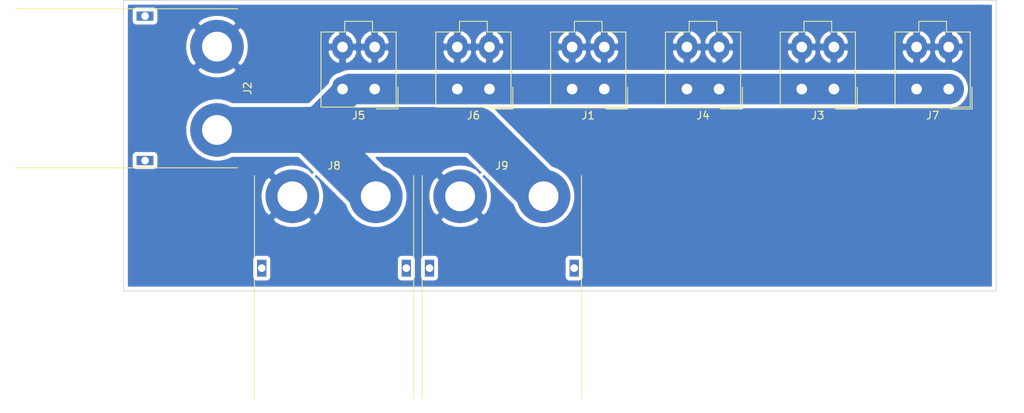
<source format=kicad_pcb>
(kicad_pcb (version 20171130) (host pcbnew "(5.1.0)-1")

  (general
    (thickness 1.6)
    (drawings 4)
    (tracks 6)
    (zones 0)
    (modules 9)
    (nets 3)
  )

  (page A4)
  (layers
    (0 F.Cu signal)
    (31 B.Cu signal)
    (32 B.Adhes user)
    (33 F.Adhes user)
    (34 B.Paste user)
    (35 F.Paste user)
    (36 B.SilkS user)
    (37 F.SilkS user)
    (38 B.Mask user)
    (39 F.Mask user)
    (40 Dwgs.User user)
    (41 Cmts.User user)
    (42 Eco1.User user)
    (43 Eco2.User user)
    (44 Edge.Cuts user)
    (45 Margin user)
    (46 B.CrtYd user)
    (47 F.CrtYd user)
    (48 B.Fab user)
    (49 F.Fab user)
  )

  (setup
    (last_trace_width 0.25)
    (user_trace_width 3)
    (user_trace_width 4)
    (user_trace_width 6)
    (trace_clearance 0.2)
    (zone_clearance 0.508)
    (zone_45_only no)
    (trace_min 0.2)
    (via_size 0.8)
    (via_drill 0.4)
    (via_min_size 0.4)
    (via_min_drill 0.3)
    (uvia_size 0.3)
    (uvia_drill 0.1)
    (uvias_allowed no)
    (uvia_min_size 0.2)
    (uvia_min_drill 0.1)
    (edge_width 0.05)
    (segment_width 0.2)
    (pcb_text_width 0.3)
    (pcb_text_size 1.5 1.5)
    (mod_edge_width 0.12)
    (mod_text_size 1 1)
    (mod_text_width 0.15)
    (pad_size 7 7)
    (pad_drill 3.9)
    (pad_to_mask_clearance 0.051)
    (solder_mask_min_width 0.25)
    (aux_axis_origin 0 0)
    (visible_elements 7FFFFFFF)
    (pcbplotparams
      (layerselection 0x010fc_ffffffff)
      (usegerberextensions false)
      (usegerberattributes false)
      (usegerberadvancedattributes false)
      (creategerberjobfile false)
      (excludeedgelayer true)
      (linewidth 0.100000)
      (plotframeref false)
      (viasonmask false)
      (mode 1)
      (useauxorigin false)
      (hpglpennumber 1)
      (hpglpenspeed 20)
      (hpglpendiameter 15.000000)
      (psnegative false)
      (psa4output false)
      (plotreference true)
      (plotvalue true)
      (plotinvisibletext false)
      (padsonsilk false)
      (subtractmaskfromsilk false)
      (outputformat 1)
      (mirror false)
      (drillshape 1)
      (scaleselection 1)
      (outputdirectory ""))
  )

  (net 0 "")
  (net 1 HP-)
  (net 2 HP+)

  (net_class Default "To jest domyślna klasa połączeń."
    (clearance 0.2)
    (trace_width 0.25)
    (via_dia 0.8)
    (via_drill 0.4)
    (uvia_dia 0.3)
    (uvia_drill 0.1)
    (add_net HP+)
    (add_net HP-)
  )

  (module Connectors:XT90PW-F (layer F.Cu) (tedit 5E4FEC16) (tstamp 5E5041B2)
    (at 82.415 69.624999)
    (path /5E50C819)
    (fp_text reference J9 (at 0 -4) (layer F.SilkS)
      (effects (font (size 1 1) (thickness 0.15)))
    )
    (fp_text value Conn_01x02 (at 0 27.5) (layer F.Fab)
      (effects (font (size 1 1) (thickness 0.15)))
    )
    (fp_line (start 10.4 -2.7) (end 10.4 26.35) (layer F.SilkS) (width 0.12))
    (fp_line (start -10.4 -2.7) (end -10.4 26.35) (layer F.SilkS) (width 0.12))
    (fp_line (start -10.4 26.35) (end 10.4 26.35) (layer F.Fab) (width 0.12))
    (fp_line (start -10.4 -2.7) (end 10.4 -2.7) (layer F.Fab) (width 0.12))
    (fp_line (start 9.15 10.2) (end 9.75 10.2) (layer B.Fab) (width 0.12))
    (fp_line (start 9.15 8.6) (end 9.75 8.6) (layer B.Fab) (width 0.12))
    (fp_line (start 9.15 8.6) (end 9.15 10.2) (layer B.Fab) (width 0.12))
    (fp_line (start 9.75 8.6) (end 9.75 10.2) (layer B.Fab) (width 0.12))
    (fp_line (start -9.75 10.2) (end -9.15 10.2) (layer B.Fab) (width 0.12))
    (fp_line (start -9.75 8.6) (end -9.15 8.6) (layer B.Fab) (width 0.12))
    (fp_line (start -9.15 8.6) (end -9.15 10.2) (layer B.Fab) (width 0.12))
    (fp_line (start -9.75 8.6) (end -9.75 10.2) (layer B.Fab) (width 0.12))
    (pad 4 thru_hole rect (at 9.45 9.4) (size 1.2 2.2) (drill 1) (layers *.Cu *.Mask))
    (pad 3 thru_hole rect (at -9.45 9.4) (size 1.2 2.2) (drill 1) (layers *.Cu *.Mask))
    (pad 2 thru_hole circle (at 5.45 0) (size 7 7) (drill 3.9) (layers *.Cu *.Mask)
      (net 2 HP+))
    (pad 1 thru_hole circle (at -5.45 0) (size 7 7) (drill 3.9) (layers *.Cu *.Mask)
      (net 1 HP-))
    (model "${KIPRJMOD}/User Library-XT90PW-F.STEP"
      (offset (xyz 0 -11.2 0))
      (scale (xyz 1 1 1))
      (rotate (xyz -90 0 90))
    )
  )

  (module Connectors:XT90PW-F (layer F.Cu) (tedit 5E1B62D3) (tstamp 5E50419E)
    (at 60.495 69.624999)
    (path /5E50B5F7)
    (fp_text reference J8 (at 0 -4) (layer F.SilkS)
      (effects (font (size 1 1) (thickness 0.15)))
    )
    (fp_text value Conn_01x02 (at 0 27.5) (layer F.Fab)
      (effects (font (size 1 1) (thickness 0.15)))
    )
    (fp_line (start 10.4 -2.7) (end 10.4 26.35) (layer F.SilkS) (width 0.12))
    (fp_line (start -10.4 -2.7) (end -10.4 26.35) (layer F.SilkS) (width 0.12))
    (fp_line (start -10.4 26.35) (end 10.4 26.35) (layer F.Fab) (width 0.12))
    (fp_line (start -10.4 -2.7) (end 10.4 -2.7) (layer F.Fab) (width 0.12))
    (fp_line (start 9.15 10.2) (end 9.75 10.2) (layer B.Fab) (width 0.12))
    (fp_line (start 9.15 8.6) (end 9.75 8.6) (layer B.Fab) (width 0.12))
    (fp_line (start 9.15 8.6) (end 9.15 10.2) (layer B.Fab) (width 0.12))
    (fp_line (start 9.75 8.6) (end 9.75 10.2) (layer B.Fab) (width 0.12))
    (fp_line (start -9.75 10.2) (end -9.15 10.2) (layer B.Fab) (width 0.12))
    (fp_line (start -9.75 8.6) (end -9.15 8.6) (layer B.Fab) (width 0.12))
    (fp_line (start -9.15 8.6) (end -9.15 10.2) (layer B.Fab) (width 0.12))
    (fp_line (start -9.75 8.6) (end -9.75 10.2) (layer B.Fab) (width 0.12))
    (pad 4 thru_hole rect (at 9.45 9.4) (size 1.2 2.2) (drill 1) (layers *.Cu *.Mask))
    (pad 3 thru_hole rect (at -9.45 9.4) (size 1.2 2.2) (drill 1) (layers *.Cu *.Mask))
    (pad 2 thru_hole circle (at 5.45 0) (size 7 7) (drill 3.9) (layers *.Cu *.Mask)
      (net 2 HP+))
    (pad 1 thru_hole circle (at -5.45 0) (size 7 7) (drill 3.9) (layers *.Cu *.Mask)
      (net 1 HP-))
    (model "${KIPRJMOD}/User Library-XT90PW-F.STEP"
      (offset (xyz 0 -11.2 0))
      (scale (xyz 1 1 1))
      (rotate (xyz -90 0 90))
    )
  )

  (module Connector_Molex:Molex_Mini-Fit_Jr_5566-04A_2x02_P4.20mm_Vertical (layer F.Cu) (tedit 5B781992) (tstamp 5E50418A)
    (at 140.8 55.6 180)
    (descr "Molex Mini-Fit Jr. Power Connectors, old mpn/engineering number: 5566-04A, example for new mpn: 39-28-x04x, 2 Pins per row, Mounting:  (http://www.molex.com/pdm_docs/sd/039281043_sd.pdf), generated with kicad-footprint-generator")
    (tags "connector Molex Mini-Fit_Jr side entry")
    (path /5E504832)
    (fp_text reference J7 (at 2.1 -3.45 180) (layer F.SilkS)
      (effects (font (size 1 1) (thickness 0.15)))
    )
    (fp_text value Conn_02x02_Counter_Clockwise (at 2.1 9.95 180) (layer F.Fab)
      (effects (font (size 1 1) (thickness 0.15)))
    )
    (fp_text user %R (at 2.1 -1.55 180) (layer F.Fab)
      (effects (font (size 1 1) (thickness 0.15)))
    )
    (fp_line (start 7.4 -2.75) (end -3.2 -2.75) (layer F.CrtYd) (width 0.05))
    (fp_line (start 7.4 9.25) (end 7.4 -2.75) (layer F.CrtYd) (width 0.05))
    (fp_line (start -3.2 9.25) (end 7.4 9.25) (layer F.CrtYd) (width 0.05))
    (fp_line (start -3.2 -2.75) (end -3.2 9.25) (layer F.CrtYd) (width 0.05))
    (fp_line (start -3.05 -2.6) (end -3.05 0.25) (layer F.Fab) (width 0.1))
    (fp_line (start -0.2 -2.6) (end -3.05 -2.6) (layer F.Fab) (width 0.1))
    (fp_line (start -3.05 -2.6) (end -3.05 0.25) (layer F.SilkS) (width 0.12))
    (fp_line (start -0.2 -2.6) (end -3.05 -2.6) (layer F.SilkS) (width 0.12))
    (fp_line (start 3.91 8.86) (end 2.1 8.86) (layer F.SilkS) (width 0.12))
    (fp_line (start 3.91 7.46) (end 3.91 8.86) (layer F.SilkS) (width 0.12))
    (fp_line (start 7.01 7.46) (end 3.91 7.46) (layer F.SilkS) (width 0.12))
    (fp_line (start 7.01 -2.36) (end 7.01 7.46) (layer F.SilkS) (width 0.12))
    (fp_line (start 2.1 -2.36) (end 7.01 -2.36) (layer F.SilkS) (width 0.12))
    (fp_line (start 0.29 8.86) (end 2.1 8.86) (layer F.SilkS) (width 0.12))
    (fp_line (start 0.29 7.46) (end 0.29 8.86) (layer F.SilkS) (width 0.12))
    (fp_line (start -2.81 7.46) (end 0.29 7.46) (layer F.SilkS) (width 0.12))
    (fp_line (start -2.81 -2.36) (end -2.81 7.46) (layer F.SilkS) (width 0.12))
    (fp_line (start 2.1 -2.36) (end -2.81 -2.36) (layer F.SilkS) (width 0.12))
    (fp_line (start 5.85 2.3) (end 2.55 2.3) (layer F.Fab) (width 0.1))
    (fp_line (start 5.85 -0.175) (end 5.85 2.3) (layer F.Fab) (width 0.1))
    (fp_line (start 5.025 -1) (end 5.85 -0.175) (layer F.Fab) (width 0.1))
    (fp_line (start 3.375 -1) (end 5.025 -1) (layer F.Fab) (width 0.1))
    (fp_line (start 2.55 -0.175) (end 3.375 -1) (layer F.Fab) (width 0.1))
    (fp_line (start 2.55 2.3) (end 2.55 -0.175) (layer F.Fab) (width 0.1))
    (fp_line (start 5.85 3.2) (end 2.55 3.2) (layer F.Fab) (width 0.1))
    (fp_line (start 5.85 6.5) (end 5.85 3.2) (layer F.Fab) (width 0.1))
    (fp_line (start 2.55 6.5) (end 5.85 6.5) (layer F.Fab) (width 0.1))
    (fp_line (start 2.55 3.2) (end 2.55 6.5) (layer F.Fab) (width 0.1))
    (fp_line (start 1.65 6.5) (end -1.65 6.5) (layer F.Fab) (width 0.1))
    (fp_line (start 1.65 4.025) (end 1.65 6.5) (layer F.Fab) (width 0.1))
    (fp_line (start 0.825 3.2) (end 1.65 4.025) (layer F.Fab) (width 0.1))
    (fp_line (start -0.825 3.2) (end 0.825 3.2) (layer F.Fab) (width 0.1))
    (fp_line (start -1.65 4.025) (end -0.825 3.2) (layer F.Fab) (width 0.1))
    (fp_line (start -1.65 6.5) (end -1.65 4.025) (layer F.Fab) (width 0.1))
    (fp_line (start 1.65 -1) (end -1.65 -1) (layer F.Fab) (width 0.1))
    (fp_line (start 1.65 2.3) (end 1.65 -1) (layer F.Fab) (width 0.1))
    (fp_line (start -1.65 2.3) (end 1.65 2.3) (layer F.Fab) (width 0.1))
    (fp_line (start -1.65 -1) (end -1.65 2.3) (layer F.Fab) (width 0.1))
    (fp_line (start 3.8 8.75) (end 3.8 7.35) (layer F.Fab) (width 0.1))
    (fp_line (start 0.4 8.75) (end 3.8 8.75) (layer F.Fab) (width 0.1))
    (fp_line (start 0.4 7.35) (end 0.4 8.75) (layer F.Fab) (width 0.1))
    (fp_line (start 6.9 -2.25) (end -2.7 -2.25) (layer F.Fab) (width 0.1))
    (fp_line (start 6.9 7.35) (end 6.9 -2.25) (layer F.Fab) (width 0.1))
    (fp_line (start -2.7 7.35) (end 6.9 7.35) (layer F.Fab) (width 0.1))
    (fp_line (start -2.7 -2.25) (end -2.7 7.35) (layer F.Fab) (width 0.1))
    (pad 4 thru_hole oval (at 4.2 5.5 180) (size 2.7 3.3) (drill 1.4) (layers *.Cu *.Mask)
      (net 1 HP-))
    (pad 3 thru_hole oval (at 0 5.5 180) (size 2.7 3.3) (drill 1.4) (layers *.Cu *.Mask)
      (net 1 HP-))
    (pad 2 thru_hole oval (at 4.2 0 180) (size 2.7 3.3) (drill 1.4) (layers *.Cu *.Mask)
      (net 2 HP+))
    (pad 1 thru_hole roundrect (at 0 0 180) (size 2.7 3.3) (drill 1.4) (layers *.Cu *.Mask) (roundrect_rratio 0.09259299999999999)
      (net 2 HP+))
    (model ${KISYS3DMOD}/Connector_Molex.3dshapes/Molex_Mini-Fit_Jr_5566-04A_2x02_P4.20mm_Vertical.wrl
      (at (xyz 0 0 0))
      (scale (xyz 1 1 1))
      (rotate (xyz -0 0 0))
    )
    (model "${KIPRJMOD}/molex 2x2 socket pcb.stp"
      (offset (xyz 2.1 -2.5 0))
      (scale (xyz 1 1 1))
      (rotate (xyz -90 0 180))
    )
  )

  (module Connector_Molex:Molex_Mini-Fit_Jr_5566-04A_2x02_P4.20mm_Vertical (layer F.Cu) (tedit 5B781992) (tstamp 5E504154)
    (at 80.8 55.6 180)
    (descr "Molex Mini-Fit Jr. Power Connectors, old mpn/engineering number: 5566-04A, example for new mpn: 39-28-x04x, 2 Pins per row, Mounting:  (http://www.molex.com/pdm_docs/sd/039281043_sd.pdf), generated with kicad-footprint-generator")
    (tags "connector Molex Mini-Fit_Jr side entry")
    (path /5E5044A1)
    (fp_text reference J6 (at 2.1 -3.45 180) (layer F.SilkS)
      (effects (font (size 1 1) (thickness 0.15)))
    )
    (fp_text value Conn_02x02_Counter_Clockwise (at 2.1 9.95 180) (layer F.Fab)
      (effects (font (size 1 1) (thickness 0.15)))
    )
    (fp_text user %R (at 2.1 -1.55 180) (layer F.Fab)
      (effects (font (size 1 1) (thickness 0.15)))
    )
    (fp_line (start 7.4 -2.75) (end -3.2 -2.75) (layer F.CrtYd) (width 0.05))
    (fp_line (start 7.4 9.25) (end 7.4 -2.75) (layer F.CrtYd) (width 0.05))
    (fp_line (start -3.2 9.25) (end 7.4 9.25) (layer F.CrtYd) (width 0.05))
    (fp_line (start -3.2 -2.75) (end -3.2 9.25) (layer F.CrtYd) (width 0.05))
    (fp_line (start -3.05 -2.6) (end -3.05 0.25) (layer F.Fab) (width 0.1))
    (fp_line (start -0.2 -2.6) (end -3.05 -2.6) (layer F.Fab) (width 0.1))
    (fp_line (start -3.05 -2.6) (end -3.05 0.25) (layer F.SilkS) (width 0.12))
    (fp_line (start -0.2 -2.6) (end -3.05 -2.6) (layer F.SilkS) (width 0.12))
    (fp_line (start 3.91 8.86) (end 2.1 8.86) (layer F.SilkS) (width 0.12))
    (fp_line (start 3.91 7.46) (end 3.91 8.86) (layer F.SilkS) (width 0.12))
    (fp_line (start 7.01 7.46) (end 3.91 7.46) (layer F.SilkS) (width 0.12))
    (fp_line (start 7.01 -2.36) (end 7.01 7.46) (layer F.SilkS) (width 0.12))
    (fp_line (start 2.1 -2.36) (end 7.01 -2.36) (layer F.SilkS) (width 0.12))
    (fp_line (start 0.29 8.86) (end 2.1 8.86) (layer F.SilkS) (width 0.12))
    (fp_line (start 0.29 7.46) (end 0.29 8.86) (layer F.SilkS) (width 0.12))
    (fp_line (start -2.81 7.46) (end 0.29 7.46) (layer F.SilkS) (width 0.12))
    (fp_line (start -2.81 -2.36) (end -2.81 7.46) (layer F.SilkS) (width 0.12))
    (fp_line (start 2.1 -2.36) (end -2.81 -2.36) (layer F.SilkS) (width 0.12))
    (fp_line (start 5.85 2.3) (end 2.55 2.3) (layer F.Fab) (width 0.1))
    (fp_line (start 5.85 -0.175) (end 5.85 2.3) (layer F.Fab) (width 0.1))
    (fp_line (start 5.025 -1) (end 5.85 -0.175) (layer F.Fab) (width 0.1))
    (fp_line (start 3.375 -1) (end 5.025 -1) (layer F.Fab) (width 0.1))
    (fp_line (start 2.55 -0.175) (end 3.375 -1) (layer F.Fab) (width 0.1))
    (fp_line (start 2.55 2.3) (end 2.55 -0.175) (layer F.Fab) (width 0.1))
    (fp_line (start 5.85 3.2) (end 2.55 3.2) (layer F.Fab) (width 0.1))
    (fp_line (start 5.85 6.5) (end 5.85 3.2) (layer F.Fab) (width 0.1))
    (fp_line (start 2.55 6.5) (end 5.85 6.5) (layer F.Fab) (width 0.1))
    (fp_line (start 2.55 3.2) (end 2.55 6.5) (layer F.Fab) (width 0.1))
    (fp_line (start 1.65 6.5) (end -1.65 6.5) (layer F.Fab) (width 0.1))
    (fp_line (start 1.65 4.025) (end 1.65 6.5) (layer F.Fab) (width 0.1))
    (fp_line (start 0.825 3.2) (end 1.65 4.025) (layer F.Fab) (width 0.1))
    (fp_line (start -0.825 3.2) (end 0.825 3.2) (layer F.Fab) (width 0.1))
    (fp_line (start -1.65 4.025) (end -0.825 3.2) (layer F.Fab) (width 0.1))
    (fp_line (start -1.65 6.5) (end -1.65 4.025) (layer F.Fab) (width 0.1))
    (fp_line (start 1.65 -1) (end -1.65 -1) (layer F.Fab) (width 0.1))
    (fp_line (start 1.65 2.3) (end 1.65 -1) (layer F.Fab) (width 0.1))
    (fp_line (start -1.65 2.3) (end 1.65 2.3) (layer F.Fab) (width 0.1))
    (fp_line (start -1.65 -1) (end -1.65 2.3) (layer F.Fab) (width 0.1))
    (fp_line (start 3.8 8.75) (end 3.8 7.35) (layer F.Fab) (width 0.1))
    (fp_line (start 0.4 8.75) (end 3.8 8.75) (layer F.Fab) (width 0.1))
    (fp_line (start 0.4 7.35) (end 0.4 8.75) (layer F.Fab) (width 0.1))
    (fp_line (start 6.9 -2.25) (end -2.7 -2.25) (layer F.Fab) (width 0.1))
    (fp_line (start 6.9 7.35) (end 6.9 -2.25) (layer F.Fab) (width 0.1))
    (fp_line (start -2.7 7.35) (end 6.9 7.35) (layer F.Fab) (width 0.1))
    (fp_line (start -2.7 -2.25) (end -2.7 7.35) (layer F.Fab) (width 0.1))
    (pad 4 thru_hole oval (at 4.2 5.5 180) (size 2.7 3.3) (drill 1.4) (layers *.Cu *.Mask)
      (net 1 HP-))
    (pad 3 thru_hole oval (at 0 5.5 180) (size 2.7 3.3) (drill 1.4) (layers *.Cu *.Mask)
      (net 1 HP-))
    (pad 2 thru_hole oval (at 4.2 0 180) (size 2.7 3.3) (drill 1.4) (layers *.Cu *.Mask)
      (net 2 HP+))
    (pad 1 thru_hole roundrect (at 0 0 180) (size 2.7 3.3) (drill 1.4) (layers *.Cu *.Mask) (roundrect_rratio 0.09259299999999999)
      (net 2 HP+))
    (model ${KISYS3DMOD}/Connector_Molex.3dshapes/Molex_Mini-Fit_Jr_5566-04A_2x02_P4.20mm_Vertical.wrl
      (at (xyz 0 0 0))
      (scale (xyz 1 1 1))
      (rotate (xyz -0 0 0))
    )
    (model "${KIPRJMOD}/molex 2x2 socket pcb.stp"
      (offset (xyz 2.1 -2.5 0))
      (scale (xyz 1 1 1))
      (rotate (xyz -90 0 180))
    )
  )

  (module Connector_Molex:Molex_Mini-Fit_Jr_5566-04A_2x02_P4.20mm_Vertical (layer F.Cu) (tedit 5B781992) (tstamp 5E5040E9)
    (at 110.8 55.6 180)
    (descr "Molex Mini-Fit Jr. Power Connectors, old mpn/engineering number: 5566-04A, example for new mpn: 39-28-x04x, 2 Pins per row, Mounting:  (http://www.molex.com/pdm_docs/sd/039281043_sd.pdf), generated with kicad-footprint-generator")
    (tags "connector Molex Mini-Fit_Jr side entry")
    (path /5E509B84)
    (fp_text reference J4 (at 2.1 -3.45 180) (layer F.SilkS)
      (effects (font (size 1 1) (thickness 0.15)))
    )
    (fp_text value Conn_02x02_Counter_Clockwise (at 2.1 9.95 180) (layer F.Fab)
      (effects (font (size 1 1) (thickness 0.15)))
    )
    (fp_text user %R (at 2.1 -1.55 180) (layer F.Fab)
      (effects (font (size 1 1) (thickness 0.15)))
    )
    (fp_line (start 7.4 -2.75) (end -3.2 -2.75) (layer F.CrtYd) (width 0.05))
    (fp_line (start 7.4 9.25) (end 7.4 -2.75) (layer F.CrtYd) (width 0.05))
    (fp_line (start -3.2 9.25) (end 7.4 9.25) (layer F.CrtYd) (width 0.05))
    (fp_line (start -3.2 -2.75) (end -3.2 9.25) (layer F.CrtYd) (width 0.05))
    (fp_line (start -3.05 -2.6) (end -3.05 0.25) (layer F.Fab) (width 0.1))
    (fp_line (start -0.2 -2.6) (end -3.05 -2.6) (layer F.Fab) (width 0.1))
    (fp_line (start -3.05 -2.6) (end -3.05 0.25) (layer F.SilkS) (width 0.12))
    (fp_line (start -0.2 -2.6) (end -3.05 -2.6) (layer F.SilkS) (width 0.12))
    (fp_line (start 3.91 8.86) (end 2.1 8.86) (layer F.SilkS) (width 0.12))
    (fp_line (start 3.91 7.46) (end 3.91 8.86) (layer F.SilkS) (width 0.12))
    (fp_line (start 7.01 7.46) (end 3.91 7.46) (layer F.SilkS) (width 0.12))
    (fp_line (start 7.01 -2.36) (end 7.01 7.46) (layer F.SilkS) (width 0.12))
    (fp_line (start 2.1 -2.36) (end 7.01 -2.36) (layer F.SilkS) (width 0.12))
    (fp_line (start 0.29 8.86) (end 2.1 8.86) (layer F.SilkS) (width 0.12))
    (fp_line (start 0.29 7.46) (end 0.29 8.86) (layer F.SilkS) (width 0.12))
    (fp_line (start -2.81 7.46) (end 0.29 7.46) (layer F.SilkS) (width 0.12))
    (fp_line (start -2.81 -2.36) (end -2.81 7.46) (layer F.SilkS) (width 0.12))
    (fp_line (start 2.1 -2.36) (end -2.81 -2.36) (layer F.SilkS) (width 0.12))
    (fp_line (start 5.85 2.3) (end 2.55 2.3) (layer F.Fab) (width 0.1))
    (fp_line (start 5.85 -0.175) (end 5.85 2.3) (layer F.Fab) (width 0.1))
    (fp_line (start 5.025 -1) (end 5.85 -0.175) (layer F.Fab) (width 0.1))
    (fp_line (start 3.375 -1) (end 5.025 -1) (layer F.Fab) (width 0.1))
    (fp_line (start 2.55 -0.175) (end 3.375 -1) (layer F.Fab) (width 0.1))
    (fp_line (start 2.55 2.3) (end 2.55 -0.175) (layer F.Fab) (width 0.1))
    (fp_line (start 5.85 3.2) (end 2.55 3.2) (layer F.Fab) (width 0.1))
    (fp_line (start 5.85 6.5) (end 5.85 3.2) (layer F.Fab) (width 0.1))
    (fp_line (start 2.55 6.5) (end 5.85 6.5) (layer F.Fab) (width 0.1))
    (fp_line (start 2.55 3.2) (end 2.55 6.5) (layer F.Fab) (width 0.1))
    (fp_line (start 1.65 6.5) (end -1.65 6.5) (layer F.Fab) (width 0.1))
    (fp_line (start 1.65 4.025) (end 1.65 6.5) (layer F.Fab) (width 0.1))
    (fp_line (start 0.825 3.2) (end 1.65 4.025) (layer F.Fab) (width 0.1))
    (fp_line (start -0.825 3.2) (end 0.825 3.2) (layer F.Fab) (width 0.1))
    (fp_line (start -1.65 4.025) (end -0.825 3.2) (layer F.Fab) (width 0.1))
    (fp_line (start -1.65 6.5) (end -1.65 4.025) (layer F.Fab) (width 0.1))
    (fp_line (start 1.65 -1) (end -1.65 -1) (layer F.Fab) (width 0.1))
    (fp_line (start 1.65 2.3) (end 1.65 -1) (layer F.Fab) (width 0.1))
    (fp_line (start -1.65 2.3) (end 1.65 2.3) (layer F.Fab) (width 0.1))
    (fp_line (start -1.65 -1) (end -1.65 2.3) (layer F.Fab) (width 0.1))
    (fp_line (start 3.8 8.75) (end 3.8 7.35) (layer F.Fab) (width 0.1))
    (fp_line (start 0.4 8.75) (end 3.8 8.75) (layer F.Fab) (width 0.1))
    (fp_line (start 0.4 7.35) (end 0.4 8.75) (layer F.Fab) (width 0.1))
    (fp_line (start 6.9 -2.25) (end -2.7 -2.25) (layer F.Fab) (width 0.1))
    (fp_line (start 6.9 7.35) (end 6.9 -2.25) (layer F.Fab) (width 0.1))
    (fp_line (start -2.7 7.35) (end 6.9 7.35) (layer F.Fab) (width 0.1))
    (fp_line (start -2.7 -2.25) (end -2.7 7.35) (layer F.Fab) (width 0.1))
    (pad 4 thru_hole oval (at 4.2 5.5 180) (size 2.7 3.3) (drill 1.4) (layers *.Cu *.Mask)
      (net 1 HP-))
    (pad 3 thru_hole oval (at 0 5.5 180) (size 2.7 3.3) (drill 1.4) (layers *.Cu *.Mask)
      (net 1 HP-))
    (pad 2 thru_hole oval (at 4.2 0 180) (size 2.7 3.3) (drill 1.4) (layers *.Cu *.Mask)
      (net 2 HP+))
    (pad 1 thru_hole roundrect (at 0 0 180) (size 2.7 3.3) (drill 1.4) (layers *.Cu *.Mask) (roundrect_rratio 0.09259299999999999)
      (net 2 HP+))
    (model ${KISYS3DMOD}/Connector_Molex.3dshapes/Molex_Mini-Fit_Jr_5566-04A_2x02_P4.20mm_Vertical.wrl
      (at (xyz 0 0 0))
      (scale (xyz 1 1 1))
      (rotate (xyz 0 0 0))
    )
    (model "${KIPRJMOD}/molex 2x2 socket pcb.stp"
      (offset (xyz 2.1 -2.5 0))
      (scale (xyz 1 1 1))
      (rotate (xyz -90 0 180))
    )
  )

  (module Connector_Molex:Molex_Mini-Fit_Jr_5566-04A_2x02_P4.20mm_Vertical (layer F.Cu) (tedit 5B781992) (tstamp 5E5040B3)
    (at 125.8 55.6 180)
    (descr "Molex Mini-Fit Jr. Power Connectors, old mpn/engineering number: 5566-04A, example for new mpn: 39-28-x04x, 2 Pins per row, Mounting:  (http://www.molex.com/pdm_docs/sd/039281043_sd.pdf), generated with kicad-footprint-generator")
    (tags "connector Molex Mini-Fit_Jr side entry")
    (path /5E509B8A)
    (fp_text reference J3 (at 2.1 -3.45 180) (layer F.SilkS)
      (effects (font (size 1 1) (thickness 0.15)))
    )
    (fp_text value Conn_02x02_Counter_Clockwise (at 2.1 9.95 180) (layer F.Fab)
      (effects (font (size 1 1) (thickness 0.15)))
    )
    (fp_text user %R (at 2.1 -1.55 180) (layer F.Fab)
      (effects (font (size 1 1) (thickness 0.15)))
    )
    (fp_line (start 7.4 -2.75) (end -3.2 -2.75) (layer F.CrtYd) (width 0.05))
    (fp_line (start 7.4 9.25) (end 7.4 -2.75) (layer F.CrtYd) (width 0.05))
    (fp_line (start -3.2 9.25) (end 7.4 9.25) (layer F.CrtYd) (width 0.05))
    (fp_line (start -3.2 -2.75) (end -3.2 9.25) (layer F.CrtYd) (width 0.05))
    (fp_line (start -3.05 -2.6) (end -3.05 0.25) (layer F.Fab) (width 0.1))
    (fp_line (start -0.2 -2.6) (end -3.05 -2.6) (layer F.Fab) (width 0.1))
    (fp_line (start -3.05 -2.6) (end -3.05 0.25) (layer F.SilkS) (width 0.12))
    (fp_line (start -0.2 -2.6) (end -3.05 -2.6) (layer F.SilkS) (width 0.12))
    (fp_line (start 3.91 8.86) (end 2.1 8.86) (layer F.SilkS) (width 0.12))
    (fp_line (start 3.91 7.46) (end 3.91 8.86) (layer F.SilkS) (width 0.12))
    (fp_line (start 7.01 7.46) (end 3.91 7.46) (layer F.SilkS) (width 0.12))
    (fp_line (start 7.01 -2.36) (end 7.01 7.46) (layer F.SilkS) (width 0.12))
    (fp_line (start 2.1 -2.36) (end 7.01 -2.36) (layer F.SilkS) (width 0.12))
    (fp_line (start 0.29 8.86) (end 2.1 8.86) (layer F.SilkS) (width 0.12))
    (fp_line (start 0.29 7.46) (end 0.29 8.86) (layer F.SilkS) (width 0.12))
    (fp_line (start -2.81 7.46) (end 0.29 7.46) (layer F.SilkS) (width 0.12))
    (fp_line (start -2.81 -2.36) (end -2.81 7.46) (layer F.SilkS) (width 0.12))
    (fp_line (start 2.1 -2.36) (end -2.81 -2.36) (layer F.SilkS) (width 0.12))
    (fp_line (start 5.85 2.3) (end 2.55 2.3) (layer F.Fab) (width 0.1))
    (fp_line (start 5.85 -0.175) (end 5.85 2.3) (layer F.Fab) (width 0.1))
    (fp_line (start 5.025 -1) (end 5.85 -0.175) (layer F.Fab) (width 0.1))
    (fp_line (start 3.375 -1) (end 5.025 -1) (layer F.Fab) (width 0.1))
    (fp_line (start 2.55 -0.175) (end 3.375 -1) (layer F.Fab) (width 0.1))
    (fp_line (start 2.55 2.3) (end 2.55 -0.175) (layer F.Fab) (width 0.1))
    (fp_line (start 5.85 3.2) (end 2.55 3.2) (layer F.Fab) (width 0.1))
    (fp_line (start 5.85 6.5) (end 5.85 3.2) (layer F.Fab) (width 0.1))
    (fp_line (start 2.55 6.5) (end 5.85 6.5) (layer F.Fab) (width 0.1))
    (fp_line (start 2.55 3.2) (end 2.55 6.5) (layer F.Fab) (width 0.1))
    (fp_line (start 1.65 6.5) (end -1.65 6.5) (layer F.Fab) (width 0.1))
    (fp_line (start 1.65 4.025) (end 1.65 6.5) (layer F.Fab) (width 0.1))
    (fp_line (start 0.825 3.2) (end 1.65 4.025) (layer F.Fab) (width 0.1))
    (fp_line (start -0.825 3.2) (end 0.825 3.2) (layer F.Fab) (width 0.1))
    (fp_line (start -1.65 4.025) (end -0.825 3.2) (layer F.Fab) (width 0.1))
    (fp_line (start -1.65 6.5) (end -1.65 4.025) (layer F.Fab) (width 0.1))
    (fp_line (start 1.65 -1) (end -1.65 -1) (layer F.Fab) (width 0.1))
    (fp_line (start 1.65 2.3) (end 1.65 -1) (layer F.Fab) (width 0.1))
    (fp_line (start -1.65 2.3) (end 1.65 2.3) (layer F.Fab) (width 0.1))
    (fp_line (start -1.65 -1) (end -1.65 2.3) (layer F.Fab) (width 0.1))
    (fp_line (start 3.8 8.75) (end 3.8 7.35) (layer F.Fab) (width 0.1))
    (fp_line (start 0.4 8.75) (end 3.8 8.75) (layer F.Fab) (width 0.1))
    (fp_line (start 0.4 7.35) (end 0.4 8.75) (layer F.Fab) (width 0.1))
    (fp_line (start 6.9 -2.25) (end -2.7 -2.25) (layer F.Fab) (width 0.1))
    (fp_line (start 6.9 7.35) (end 6.9 -2.25) (layer F.Fab) (width 0.1))
    (fp_line (start -2.7 7.35) (end 6.9 7.35) (layer F.Fab) (width 0.1))
    (fp_line (start -2.7 -2.25) (end -2.7 7.35) (layer F.Fab) (width 0.1))
    (pad 4 thru_hole oval (at 4.2 5.5 180) (size 2.7 3.3) (drill 1.4) (layers *.Cu *.Mask)
      (net 1 HP-))
    (pad 3 thru_hole oval (at 0 5.5 180) (size 2.7 3.3) (drill 1.4) (layers *.Cu *.Mask)
      (net 1 HP-))
    (pad 2 thru_hole oval (at 4.2 0 180) (size 2.7 3.3) (drill 1.4) (layers *.Cu *.Mask)
      (net 2 HP+))
    (pad 1 thru_hole roundrect (at 0 0 180) (size 2.7 3.3) (drill 1.4) (layers *.Cu *.Mask) (roundrect_rratio 0.09259299999999999)
      (net 2 HP+))
    (model ${KISYS3DMOD}/Connector_Molex.3dshapes/Molex_Mini-Fit_Jr_5566-04A_2x02_P4.20mm_Vertical.wrl
      (at (xyz 0 0 0))
      (scale (xyz 1 1 1))
      (rotate (xyz 0 0 0))
    )
    (model "${KIPRJMOD}/molex 2x2 socket pcb.stp"
      (offset (xyz 2.1 -2.5 0))
      (scale (xyz 1 1 1))
      (rotate (xyz -90 0 180))
    )
  )

  (module Connector_Molex:Molex_Mini-Fit_Jr_5566-04A_2x02_P4.20mm_Vertical (layer F.Cu) (tedit 5B781992) (tstamp 5E50406A)
    (at 95.8 55.6 180)
    (descr "Molex Mini-Fit Jr. Power Connectors, old mpn/engineering number: 5566-04A, example for new mpn: 39-28-x04x, 2 Pins per row, Mounting:  (http://www.molex.com/pdm_docs/sd/039281043_sd.pdf), generated with kicad-footprint-generator")
    (tags "connector Molex Mini-Fit_Jr side entry")
    (path /5E509B90)
    (fp_text reference J1 (at 2.1 -3.45 180) (layer F.SilkS)
      (effects (font (size 1 1) (thickness 0.15)))
    )
    (fp_text value Conn_02x02_Counter_Clockwise (at 2.1 9.95 180) (layer F.Fab)
      (effects (font (size 1 1) (thickness 0.15)))
    )
    (fp_text user %R (at 2.1 -1.55 180) (layer F.Fab)
      (effects (font (size 1 1) (thickness 0.15)))
    )
    (fp_line (start 7.4 -2.75) (end -3.2 -2.75) (layer F.CrtYd) (width 0.05))
    (fp_line (start 7.4 9.25) (end 7.4 -2.75) (layer F.CrtYd) (width 0.05))
    (fp_line (start -3.2 9.25) (end 7.4 9.25) (layer F.CrtYd) (width 0.05))
    (fp_line (start -3.2 -2.75) (end -3.2 9.25) (layer F.CrtYd) (width 0.05))
    (fp_line (start -3.05 -2.6) (end -3.05 0.25) (layer F.Fab) (width 0.1))
    (fp_line (start -0.2 -2.6) (end -3.05 -2.6) (layer F.Fab) (width 0.1))
    (fp_line (start -3.05 -2.6) (end -3.05 0.25) (layer F.SilkS) (width 0.12))
    (fp_line (start -0.2 -2.6) (end -3.05 -2.6) (layer F.SilkS) (width 0.12))
    (fp_line (start 3.91 8.86) (end 2.1 8.86) (layer F.SilkS) (width 0.12))
    (fp_line (start 3.91 7.46) (end 3.91 8.86) (layer F.SilkS) (width 0.12))
    (fp_line (start 7.01 7.46) (end 3.91 7.46) (layer F.SilkS) (width 0.12))
    (fp_line (start 7.01 -2.36) (end 7.01 7.46) (layer F.SilkS) (width 0.12))
    (fp_line (start 2.1 -2.36) (end 7.01 -2.36) (layer F.SilkS) (width 0.12))
    (fp_line (start 0.29 8.86) (end 2.1 8.86) (layer F.SilkS) (width 0.12))
    (fp_line (start 0.29 7.46) (end 0.29 8.86) (layer F.SilkS) (width 0.12))
    (fp_line (start -2.81 7.46) (end 0.29 7.46) (layer F.SilkS) (width 0.12))
    (fp_line (start -2.81 -2.36) (end -2.81 7.46) (layer F.SilkS) (width 0.12))
    (fp_line (start 2.1 -2.36) (end -2.81 -2.36) (layer F.SilkS) (width 0.12))
    (fp_line (start 5.85 2.3) (end 2.55 2.3) (layer F.Fab) (width 0.1))
    (fp_line (start 5.85 -0.175) (end 5.85 2.3) (layer F.Fab) (width 0.1))
    (fp_line (start 5.025 -1) (end 5.85 -0.175) (layer F.Fab) (width 0.1))
    (fp_line (start 3.375 -1) (end 5.025 -1) (layer F.Fab) (width 0.1))
    (fp_line (start 2.55 -0.175) (end 3.375 -1) (layer F.Fab) (width 0.1))
    (fp_line (start 2.55 2.3) (end 2.55 -0.175) (layer F.Fab) (width 0.1))
    (fp_line (start 5.85 3.2) (end 2.55 3.2) (layer F.Fab) (width 0.1))
    (fp_line (start 5.85 6.5) (end 5.85 3.2) (layer F.Fab) (width 0.1))
    (fp_line (start 2.55 6.5) (end 5.85 6.5) (layer F.Fab) (width 0.1))
    (fp_line (start 2.55 3.2) (end 2.55 6.5) (layer F.Fab) (width 0.1))
    (fp_line (start 1.65 6.5) (end -1.65 6.5) (layer F.Fab) (width 0.1))
    (fp_line (start 1.65 4.025) (end 1.65 6.5) (layer F.Fab) (width 0.1))
    (fp_line (start 0.825 3.2) (end 1.65 4.025) (layer F.Fab) (width 0.1))
    (fp_line (start -0.825 3.2) (end 0.825 3.2) (layer F.Fab) (width 0.1))
    (fp_line (start -1.65 4.025) (end -0.825 3.2) (layer F.Fab) (width 0.1))
    (fp_line (start -1.65 6.5) (end -1.65 4.025) (layer F.Fab) (width 0.1))
    (fp_line (start 1.65 -1) (end -1.65 -1) (layer F.Fab) (width 0.1))
    (fp_line (start 1.65 2.3) (end 1.65 -1) (layer F.Fab) (width 0.1))
    (fp_line (start -1.65 2.3) (end 1.65 2.3) (layer F.Fab) (width 0.1))
    (fp_line (start -1.65 -1) (end -1.65 2.3) (layer F.Fab) (width 0.1))
    (fp_line (start 3.8 8.75) (end 3.8 7.35) (layer F.Fab) (width 0.1))
    (fp_line (start 0.4 8.75) (end 3.8 8.75) (layer F.Fab) (width 0.1))
    (fp_line (start 0.4 7.35) (end 0.4 8.75) (layer F.Fab) (width 0.1))
    (fp_line (start 6.9 -2.25) (end -2.7 -2.25) (layer F.Fab) (width 0.1))
    (fp_line (start 6.9 7.35) (end 6.9 -2.25) (layer F.Fab) (width 0.1))
    (fp_line (start -2.7 7.35) (end 6.9 7.35) (layer F.Fab) (width 0.1))
    (fp_line (start -2.7 -2.25) (end -2.7 7.35) (layer F.Fab) (width 0.1))
    (pad 4 thru_hole oval (at 4.2 5.5 180) (size 2.7 3.3) (drill 1.4) (layers *.Cu *.Mask)
      (net 1 HP-))
    (pad 3 thru_hole oval (at 0 5.5 180) (size 2.7 3.3) (drill 1.4) (layers *.Cu *.Mask)
      (net 1 HP-))
    (pad 2 thru_hole oval (at 4.2 0 180) (size 2.7 3.3) (drill 1.4) (layers *.Cu *.Mask)
      (net 2 HP+))
    (pad 1 thru_hole roundrect (at 0 0 180) (size 2.7 3.3) (drill 1.4) (layers *.Cu *.Mask) (roundrect_rratio 0.09259299999999999)
      (net 2 HP+))
    (model ${KISYS3DMOD}/Connector_Molex.3dshapes/Molex_Mini-Fit_Jr_5566-04A_2x02_P4.20mm_Vertical.wrl
      (at (xyz 0 0 0))
      (scale (xyz 1 1 1))
      (rotate (xyz 0 0 0))
    )
    (model "${KIPRJMOD}/molex 2x2 socket pcb.stp"
      (offset (xyz 2.1 -2.5 0))
      (scale (xyz 1 1 1))
      (rotate (xyz -90 0 180))
    )
  )

  (module Connector_Molex:Molex_Mini-Fit_Jr_5566-04A_2x02_P4.20mm_Vertical (layer F.Cu) (tedit 5B781992) (tstamp 5E503C8D)
    (at 65.8 55.6 180)
    (descr "Molex Mini-Fit Jr. Power Connectors, old mpn/engineering number: 5566-04A, example for new mpn: 39-28-x04x, 2 Pins per row, Mounting:  (http://www.molex.com/pdm_docs/sd/039281043_sd.pdf), generated with kicad-footprint-generator")
    (tags "connector Molex Mini-Fit_Jr side entry")
    (path /5E4FCFEF)
    (fp_text reference J5 (at 2.1 -3.45 180) (layer F.SilkS)
      (effects (font (size 1 1) (thickness 0.15)))
    )
    (fp_text value Conn_02x02_Counter_Clockwise (at 2.1 9.95 180) (layer F.Fab)
      (effects (font (size 1 1) (thickness 0.15)))
    )
    (fp_text user %R (at 2.1 -1.55 180) (layer F.Fab)
      (effects (font (size 1 1) (thickness 0.15)))
    )
    (fp_line (start 7.4 -2.75) (end -3.2 -2.75) (layer F.CrtYd) (width 0.05))
    (fp_line (start 7.4 9.25) (end 7.4 -2.75) (layer F.CrtYd) (width 0.05))
    (fp_line (start -3.2 9.25) (end 7.4 9.25) (layer F.CrtYd) (width 0.05))
    (fp_line (start -3.2 -2.75) (end -3.2 9.25) (layer F.CrtYd) (width 0.05))
    (fp_line (start -3.05 -2.6) (end -3.05 0.25) (layer F.Fab) (width 0.1))
    (fp_line (start -0.2 -2.6) (end -3.05 -2.6) (layer F.Fab) (width 0.1))
    (fp_line (start -3.05 -2.6) (end -3.05 0.25) (layer F.SilkS) (width 0.12))
    (fp_line (start -0.2 -2.6) (end -3.05 -2.6) (layer F.SilkS) (width 0.12))
    (fp_line (start 3.91 8.86) (end 2.1 8.86) (layer F.SilkS) (width 0.12))
    (fp_line (start 3.91 7.46) (end 3.91 8.86) (layer F.SilkS) (width 0.12))
    (fp_line (start 7.01 7.46) (end 3.91 7.46) (layer F.SilkS) (width 0.12))
    (fp_line (start 7.01 -2.36) (end 7.01 7.46) (layer F.SilkS) (width 0.12))
    (fp_line (start 2.1 -2.36) (end 7.01 -2.36) (layer F.SilkS) (width 0.12))
    (fp_line (start 0.29 8.86) (end 2.1 8.86) (layer F.SilkS) (width 0.12))
    (fp_line (start 0.29 7.46) (end 0.29 8.86) (layer F.SilkS) (width 0.12))
    (fp_line (start -2.81 7.46) (end 0.29 7.46) (layer F.SilkS) (width 0.12))
    (fp_line (start -2.81 -2.36) (end -2.81 7.46) (layer F.SilkS) (width 0.12))
    (fp_line (start 2.1 -2.36) (end -2.81 -2.36) (layer F.SilkS) (width 0.12))
    (fp_line (start 5.85 2.3) (end 2.55 2.3) (layer F.Fab) (width 0.1))
    (fp_line (start 5.85 -0.175) (end 5.85 2.3) (layer F.Fab) (width 0.1))
    (fp_line (start 5.025 -1) (end 5.85 -0.175) (layer F.Fab) (width 0.1))
    (fp_line (start 3.375 -1) (end 5.025 -1) (layer F.Fab) (width 0.1))
    (fp_line (start 2.55 -0.175) (end 3.375 -1) (layer F.Fab) (width 0.1))
    (fp_line (start 2.55 2.3) (end 2.55 -0.175) (layer F.Fab) (width 0.1))
    (fp_line (start 5.85 3.2) (end 2.55 3.2) (layer F.Fab) (width 0.1))
    (fp_line (start 5.85 6.5) (end 5.85 3.2) (layer F.Fab) (width 0.1))
    (fp_line (start 2.55 6.5) (end 5.85 6.5) (layer F.Fab) (width 0.1))
    (fp_line (start 2.55 3.2) (end 2.55 6.5) (layer F.Fab) (width 0.1))
    (fp_line (start 1.65 6.5) (end -1.65 6.5) (layer F.Fab) (width 0.1))
    (fp_line (start 1.65 4.025) (end 1.65 6.5) (layer F.Fab) (width 0.1))
    (fp_line (start 0.825 3.2) (end 1.65 4.025) (layer F.Fab) (width 0.1))
    (fp_line (start -0.825 3.2) (end 0.825 3.2) (layer F.Fab) (width 0.1))
    (fp_line (start -1.65 4.025) (end -0.825 3.2) (layer F.Fab) (width 0.1))
    (fp_line (start -1.65 6.5) (end -1.65 4.025) (layer F.Fab) (width 0.1))
    (fp_line (start 1.65 -1) (end -1.65 -1) (layer F.Fab) (width 0.1))
    (fp_line (start 1.65 2.3) (end 1.65 -1) (layer F.Fab) (width 0.1))
    (fp_line (start -1.65 2.3) (end 1.65 2.3) (layer F.Fab) (width 0.1))
    (fp_line (start -1.65 -1) (end -1.65 2.3) (layer F.Fab) (width 0.1))
    (fp_line (start 3.8 8.75) (end 3.8 7.35) (layer F.Fab) (width 0.1))
    (fp_line (start 0.4 8.75) (end 3.8 8.75) (layer F.Fab) (width 0.1))
    (fp_line (start 0.4 7.35) (end 0.4 8.75) (layer F.Fab) (width 0.1))
    (fp_line (start 6.9 -2.25) (end -2.7 -2.25) (layer F.Fab) (width 0.1))
    (fp_line (start 6.9 7.35) (end 6.9 -2.25) (layer F.Fab) (width 0.1))
    (fp_line (start -2.7 7.35) (end 6.9 7.35) (layer F.Fab) (width 0.1))
    (fp_line (start -2.7 -2.25) (end -2.7 7.35) (layer F.Fab) (width 0.1))
    (pad 4 thru_hole oval (at 4.2 5.5 180) (size 2.7 3.3) (drill 1.4) (layers *.Cu *.Mask)
      (net 1 HP-))
    (pad 3 thru_hole oval (at 0 5.5 180) (size 2.7 3.3) (drill 1.4) (layers *.Cu *.Mask)
      (net 1 HP-))
    (pad 2 thru_hole oval (at 4.2 0 180) (size 2.7 3.3) (drill 1.4) (layers *.Cu *.Mask)
      (net 2 HP+))
    (pad 1 thru_hole roundrect (at 0 0 180) (size 2.7 3.3) (drill 1.4) (layers *.Cu *.Mask) (roundrect_rratio 0.09259299999999999)
      (net 2 HP+))
    (model ${KISYS3DMOD}/Connector_Molex.3dshapes/Molex_Mini-Fit_Jr_5566-04A_2x02_P4.20mm_Vertical.wrl
      (at (xyz 0 0 0))
      (scale (xyz 1 1 1))
      (rotate (xyz 0 0 0))
    )
    (model "${KIPRJMOD}/molex 2x2 socket pcb.stp"
      (offset (xyz 2.1 -2.5 0))
      (scale (xyz 1 1 1))
      (rotate (xyz -90 0 180))
    )
  )

  (module Connectors:XT90PW-F (layer F.Cu) (tedit 5E1B62D3) (tstamp 5E503C57)
    (at 45.2 55.5 270)
    (path /5E4FDA9B)
    (fp_text reference J2 (at 0 -4 270) (layer F.SilkS)
      (effects (font (size 1 1) (thickness 0.15)))
    )
    (fp_text value Conn_01x02 (at 0 27.5 270) (layer F.Fab)
      (effects (font (size 1 1) (thickness 0.15)))
    )
    (fp_line (start 10.4 -2.7) (end 10.4 26.35) (layer F.SilkS) (width 0.12))
    (fp_line (start -10.4 -2.7) (end -10.4 26.35) (layer F.SilkS) (width 0.12))
    (fp_line (start -10.4 26.35) (end 10.4 26.35) (layer F.Fab) (width 0.12))
    (fp_line (start -10.4 -2.7) (end 10.4 -2.7) (layer F.Fab) (width 0.12))
    (fp_line (start 9.15 10.2) (end 9.75 10.2) (layer B.Fab) (width 0.12))
    (fp_line (start 9.15 8.6) (end 9.75 8.6) (layer B.Fab) (width 0.12))
    (fp_line (start 9.15 8.6) (end 9.15 10.2) (layer B.Fab) (width 0.12))
    (fp_line (start 9.75 8.6) (end 9.75 10.2) (layer B.Fab) (width 0.12))
    (fp_line (start -9.75 10.2) (end -9.15 10.2) (layer B.Fab) (width 0.12))
    (fp_line (start -9.75 8.6) (end -9.15 8.6) (layer B.Fab) (width 0.12))
    (fp_line (start -9.15 8.6) (end -9.15 10.2) (layer B.Fab) (width 0.12))
    (fp_line (start -9.75 8.6) (end -9.75 10.2) (layer B.Fab) (width 0.12))
    (pad 4 thru_hole rect (at 9.45 9.4 270) (size 1.2 2.2) (drill 1) (layers *.Cu *.Mask))
    (pad 3 thru_hole rect (at -9.45 9.4 270) (size 1.2 2.2) (drill 1) (layers *.Cu *.Mask))
    (pad 2 thru_hole circle (at 5.45 0 270) (size 7 7) (drill 3.9) (layers *.Cu *.Mask)
      (net 2 HP+))
    (pad 1 thru_hole circle (at -5.45 0 270) (size 7 7) (drill 3.9) (layers *.Cu *.Mask)
      (net 1 HP-))
    (model "${KIPRJMOD}/User Library-XT90PW-F.STEP"
      (offset (xyz 0 -11.2 0))
      (scale (xyz 1 1 1))
      (rotate (xyz -90 0 90))
    )
  )

  (gr_line (start 147 44) (end 33 44) (layer Edge.Cuts) (width 0.1))
  (gr_line (start 147 82) (end 147 44) (layer Edge.Cuts) (width 0.1))
  (gr_line (start 33 82) (end 147 82) (layer Edge.Cuts) (width 0.1))
  (gr_line (start 33 44) (end 33 82) (layer Edge.Cuts) (width 0.1))

  (segment (start 57.270001 60.95) (end 65.945 69.624999) (width 6) (layer B.Cu) (net 2))
  (segment (start 45.2 60.95) (end 57.270001 60.95) (width 6) (layer B.Cu) (net 2))
  (segment (start 79.190001 60.95) (end 87.865 69.624999) (width 6) (layer B.Cu) (net 2))
  (segment (start 57.270001 60.95) (end 79.190001 60.95) (width 6) (layer B.Cu) (net 2))
  (segment (start 62.620001 55.6) (end 57.270001 60.95) (width 4) (layer B.Cu) (net 2))
  (segment (start 140.8 55.6) (end 62.620001 55.6) (width 4) (layer B.Cu) (net 2))

  (zone (net 1) (net_name HP-) (layer B.Cu) (tstamp 0) (hatch edge 0.508)
    (connect_pads (clearance 0.508))
    (min_thickness 0.254)
    (fill yes (arc_segments 32) (thermal_gap 0.508) (thermal_bridge_width 0.9))
    (polygon
      (pts
        (xy 33 44) (xy 33 82) (xy 147 82) (xy 147 44)
      )
    )
    (filled_polygon
      (pts
        (xy 146.315 81.315) (xy 33.685 81.315) (xy 33.685 77.924999) (xy 49.806928 77.924999) (xy 49.806928 80.124999)
        (xy 49.819188 80.249481) (xy 49.855498 80.369179) (xy 49.914463 80.479493) (xy 49.993815 80.576184) (xy 50.090506 80.655536)
        (xy 50.20082 80.714501) (xy 50.320518 80.750811) (xy 50.445 80.763071) (xy 51.645 80.763071) (xy 51.769482 80.750811)
        (xy 51.88918 80.714501) (xy 51.999494 80.655536) (xy 52.096185 80.576184) (xy 52.175537 80.479493) (xy 52.234502 80.369179)
        (xy 52.270812 80.249481) (xy 52.283072 80.124999) (xy 52.283072 77.924999) (xy 68.706928 77.924999) (xy 68.706928 80.124999)
        (xy 68.719188 80.249481) (xy 68.755498 80.369179) (xy 68.814463 80.479493) (xy 68.893815 80.576184) (xy 68.990506 80.655536)
        (xy 69.10082 80.714501) (xy 69.220518 80.750811) (xy 69.345 80.763071) (xy 70.545 80.763071) (xy 70.669482 80.750811)
        (xy 70.78918 80.714501) (xy 70.899494 80.655536) (xy 70.996185 80.576184) (xy 71.075537 80.479493) (xy 71.134502 80.369179)
        (xy 71.170812 80.249481) (xy 71.183072 80.124999) (xy 71.183072 77.924999) (xy 71.726928 77.924999) (xy 71.726928 80.124999)
        (xy 71.739188 80.249481) (xy 71.775498 80.369179) (xy 71.834463 80.479493) (xy 71.913815 80.576184) (xy 72.010506 80.655536)
        (xy 72.12082 80.714501) (xy 72.240518 80.750811) (xy 72.365 80.763071) (xy 73.565 80.763071) (xy 73.689482 80.750811)
        (xy 73.80918 80.714501) (xy 73.919494 80.655536) (xy 74.016185 80.576184) (xy 74.095537 80.479493) (xy 74.154502 80.369179)
        (xy 74.190812 80.249481) (xy 74.203072 80.124999) (xy 74.203072 77.924999) (xy 90.626928 77.924999) (xy 90.626928 80.124999)
        (xy 90.639188 80.249481) (xy 90.675498 80.369179) (xy 90.734463 80.479493) (xy 90.813815 80.576184) (xy 90.910506 80.655536)
        (xy 91.02082 80.714501) (xy 91.140518 80.750811) (xy 91.265 80.763071) (xy 92.465 80.763071) (xy 92.589482 80.750811)
        (xy 92.70918 80.714501) (xy 92.819494 80.655536) (xy 92.916185 80.576184) (xy 92.995537 80.479493) (xy 93.054502 80.369179)
        (xy 93.090812 80.249481) (xy 93.103072 80.124999) (xy 93.103072 77.924999) (xy 93.090812 77.800517) (xy 93.054502 77.680819)
        (xy 92.995537 77.570505) (xy 92.916185 77.473814) (xy 92.819494 77.394462) (xy 92.70918 77.335497) (xy 92.589482 77.299187)
        (xy 92.465 77.286927) (xy 91.265 77.286927) (xy 91.140518 77.299187) (xy 91.02082 77.335497) (xy 90.910506 77.394462)
        (xy 90.813815 77.473814) (xy 90.734463 77.570505) (xy 90.675498 77.680819) (xy 90.639188 77.800517) (xy 90.626928 77.924999)
        (xy 74.203072 77.924999) (xy 74.190812 77.800517) (xy 74.154502 77.680819) (xy 74.095537 77.570505) (xy 74.016185 77.473814)
        (xy 73.919494 77.394462) (xy 73.80918 77.335497) (xy 73.689482 77.299187) (xy 73.565 77.286927) (xy 72.365 77.286927)
        (xy 72.240518 77.299187) (xy 72.12082 77.335497) (xy 72.010506 77.394462) (xy 71.913815 77.473814) (xy 71.834463 77.570505)
        (xy 71.775498 77.680819) (xy 71.739188 77.800517) (xy 71.726928 77.924999) (xy 71.183072 77.924999) (xy 71.170812 77.800517)
        (xy 71.134502 77.680819) (xy 71.075537 77.570505) (xy 70.996185 77.473814) (xy 70.899494 77.394462) (xy 70.78918 77.335497)
        (xy 70.669482 77.299187) (xy 70.545 77.286927) (xy 69.345 77.286927) (xy 69.220518 77.299187) (xy 69.10082 77.335497)
        (xy 68.990506 77.394462) (xy 68.893815 77.473814) (xy 68.814463 77.570505) (xy 68.755498 77.680819) (xy 68.719188 77.800517)
        (xy 68.706928 77.924999) (xy 52.283072 77.924999) (xy 52.270812 77.800517) (xy 52.234502 77.680819) (xy 52.175537 77.570505)
        (xy 52.096185 77.473814) (xy 51.999494 77.394462) (xy 51.88918 77.335497) (xy 51.769482 77.299187) (xy 51.645 77.286927)
        (xy 50.445 77.286927) (xy 50.320518 77.299187) (xy 50.20082 77.335497) (xy 50.090506 77.394462) (xy 49.993815 77.473814)
        (xy 49.914463 77.570505) (xy 49.855498 77.680819) (xy 49.819188 77.800517) (xy 49.806928 77.924999) (xy 33.685 77.924999)
        (xy 33.685 72.669929) (xy 52.45686 72.669929) (xy 52.871452 73.166152) (xy 53.604061 73.522148) (xy 54.392044 73.728379)
        (xy 55.205121 73.776919) (xy 56.012043 73.665902) (xy 56.781803 73.399597) (xy 57.218548 73.166152) (xy 57.63314 72.669929)
        (xy 55.045 70.08179) (xy 52.45686 72.669929) (xy 33.685 72.669929) (xy 33.685 69.78512) (xy 50.89308 69.78512)
        (xy 51.004097 70.592042) (xy 51.270402 71.361802) (xy 51.503847 71.798547) (xy 52.00007 72.213139) (xy 54.588209 69.624999)
        (xy 52.00007 67.036859) (xy 51.503847 67.451451) (xy 51.147851 68.18406) (xy 50.94162 68.972043) (xy 50.89308 69.78512)
        (xy 33.685 69.78512) (xy 33.685 64.35) (xy 34.061928 64.35) (xy 34.061928 65.55) (xy 34.074188 65.674482)
        (xy 34.110498 65.79418) (xy 34.169463 65.904494) (xy 34.248815 66.001185) (xy 34.345506 66.080537) (xy 34.45582 66.139502)
        (xy 34.575518 66.175812) (xy 34.7 66.188072) (xy 36.9 66.188072) (xy 37.024482 66.175812) (xy 37.14418 66.139502)
        (xy 37.254494 66.080537) (xy 37.351185 66.001185) (xy 37.430537 65.904494) (xy 37.489502 65.79418) (xy 37.525812 65.674482)
        (xy 37.538072 65.55) (xy 37.538072 64.35) (xy 37.525812 64.225518) (xy 37.489502 64.10582) (xy 37.430537 63.995506)
        (xy 37.351185 63.898815) (xy 37.254494 63.819463) (xy 37.14418 63.760498) (xy 37.024482 63.724188) (xy 36.9 63.711928)
        (xy 34.7 63.711928) (xy 34.575518 63.724188) (xy 34.45582 63.760498) (xy 34.345506 63.819463) (xy 34.248815 63.898815)
        (xy 34.169463 63.995506) (xy 34.110498 64.10582) (xy 34.074188 64.225518) (xy 34.061928 64.35) (xy 33.685 64.35)
        (xy 33.685 60.542738) (xy 41.065 60.542738) (xy 41.065 61.357262) (xy 41.223906 62.156135) (xy 41.535611 62.908657)
        (xy 41.988136 63.585909) (xy 42.564091 64.161864) (xy 43.241343 64.614389) (xy 43.993865 64.926094) (xy 44.792738 65.085)
        (xy 45.607262 65.085) (xy 46.406135 64.926094) (xy 47.158657 64.614389) (xy 47.202641 64.585) (xy 55.764336 64.585)
        (xy 57.696271 66.516935) (xy 57.633139 66.580067) (xy 57.218548 66.083846) (xy 56.485939 65.72785) (xy 55.697956 65.521619)
        (xy 54.884879 65.473079) (xy 54.077957 65.584096) (xy 53.308197 65.850401) (xy 52.871452 66.083846) (xy 52.45686 66.580069)
        (xy 55.045 69.168208) (xy 55.059143 69.154066) (xy 55.515933 69.610856) (xy 55.501791 69.624999) (xy 58.08993 72.213139)
        (xy 58.586153 71.798547) (xy 58.942149 71.065938) (xy 59.14838 70.277955) (xy 59.19692 69.464878) (xy 59.085903 68.657956)
        (xy 58.819598 67.888196) (xy 58.586153 67.451451) (xy 58.089932 67.03686) (xy 58.153064 66.973728) (xy 61.958586 70.779251)
        (xy 61.968906 70.831134) (xy 62.280611 71.583656) (xy 62.733136 72.260908) (xy 63.309091 72.836863) (xy 63.986343 73.289388)
        (xy 64.738865 73.601093) (xy 65.537738 73.759999) (xy 66.352262 73.759999) (xy 67.151135 73.601093) (xy 67.903657 73.289388)
        (xy 68.580909 72.836863) (xy 68.747843 72.669929) (xy 74.37686 72.669929) (xy 74.791452 73.166152) (xy 75.524061 73.522148)
        (xy 76.312044 73.728379) (xy 77.125121 73.776919) (xy 77.932043 73.665902) (xy 78.701803 73.399597) (xy 79.138548 73.166152)
        (xy 79.55314 72.669929) (xy 76.965 70.08179) (xy 74.37686 72.669929) (xy 68.747843 72.669929) (xy 69.156864 72.260908)
        (xy 69.609389 71.583656) (xy 69.921094 70.831134) (xy 70.08 70.032261) (xy 70.08 69.78512) (xy 72.81308 69.78512)
        (xy 72.924097 70.592042) (xy 73.190402 71.361802) (xy 73.423847 71.798547) (xy 73.92007 72.213139) (xy 76.508209 69.624999)
        (xy 73.92007 67.036859) (xy 73.423847 67.451451) (xy 73.067851 68.18406) (xy 72.86162 68.972043) (xy 72.81308 69.78512)
        (xy 70.08 69.78512) (xy 70.08 69.217737) (xy 69.921094 68.418864) (xy 69.609389 67.666342) (xy 69.156864 66.98909)
        (xy 68.580909 66.413135) (xy 67.903657 65.96061) (xy 67.151135 65.648905) (xy 67.099252 65.638585) (xy 66.045667 64.585)
        (xy 77.684336 64.585) (xy 79.616271 66.516935) (xy 79.553139 66.580067) (xy 79.138548 66.083846) (xy 78.405939 65.72785)
        (xy 77.617956 65.521619) (xy 76.804879 65.473079) (xy 75.997957 65.584096) (xy 75.228197 65.850401) (xy 74.791452 66.083846)
        (xy 74.37686 66.580069) (xy 76.965 69.168208) (xy 76.979143 69.154066) (xy 77.435933 69.610856) (xy 77.421791 69.624999)
        (xy 80.00993 72.213139) (xy 80.506153 71.798547) (xy 80.862149 71.065938) (xy 81.06838 70.277955) (xy 81.11692 69.464878)
        (xy 81.005903 68.657956) (xy 80.739598 67.888196) (xy 80.506153 67.451451) (xy 80.009932 67.03686) (xy 80.073064 66.973728)
        (xy 83.878586 70.779251) (xy 83.888906 70.831134) (xy 84.200611 71.583656) (xy 84.653136 72.260908) (xy 85.229091 72.836863)
        (xy 85.906343 73.289388) (xy 86.658865 73.601093) (xy 87.457738 73.759999) (xy 88.272262 73.759999) (xy 89.071135 73.601093)
        (xy 89.823657 73.289388) (xy 90.500909 72.836863) (xy 91.076864 72.260908) (xy 91.529389 71.583656) (xy 91.841094 70.831134)
        (xy 92 70.032261) (xy 92 69.217737) (xy 91.841094 68.418864) (xy 91.529389 67.666342) (xy 91.076864 66.98909)
        (xy 90.500909 66.413135) (xy 89.823657 65.96061) (xy 89.071135 65.648905) (xy 89.019252 65.638585) (xy 81.886613 58.505947)
        (xy 81.772771 58.36723) (xy 81.611648 58.235) (xy 140.929442 58.235) (xy 141.31655 58.196873) (xy 141.81325 58.046201)
        (xy 142.229934 57.823479) (xy 142.23985 57.820471) (xy 142.393386 57.738405) (xy 142.527961 57.627961) (xy 142.621755 57.513674)
        (xy 142.672241 57.472241) (xy 143.001523 57.071011) (xy 143.246201 56.61325) (xy 143.396873 56.11655) (xy 143.447749 55.6)
        (xy 143.396873 55.08345) (xy 143.246201 54.58675) (xy 143.001523 54.128989) (xy 142.672241 53.727759) (xy 142.621755 53.686326)
        (xy 142.527961 53.572039) (xy 142.393386 53.461595) (xy 142.23985 53.379529) (xy 142.229934 53.376521) (xy 141.81325 53.153799)
        (xy 141.31655 53.003127) (xy 140.929442 52.965) (xy 62.749438 52.965) (xy 62.620001 52.952252) (xy 62.490564 52.965)
        (xy 62.490559 52.965) (xy 62.363323 52.977532) (xy 62.103451 53.003126) (xy 61.606751 53.153799) (xy 61.260591 53.338825)
        (xy 61.210873 53.343722) (xy 60.836699 53.457226) (xy 60.491858 53.641547) (xy 60.189603 53.889602) (xy 59.941547 54.191857)
        (xy 59.757226 54.536698) (xy 59.670303 54.823246) (xy 57.188067 57.305482) (xy 57.091429 57.315) (xy 47.202641 57.315)
        (xy 47.158657 57.285611) (xy 46.406135 56.973906) (xy 45.607262 56.815) (xy 44.792738 56.815) (xy 43.993865 56.973906)
        (xy 43.241343 57.285611) (xy 42.564091 57.738136) (xy 41.988136 58.314091) (xy 41.535611 58.991343) (xy 41.223906 59.743865)
        (xy 41.065 60.542738) (xy 33.685 60.542738) (xy 33.685 53.09493) (xy 42.61186 53.09493) (xy 43.026452 53.591153)
        (xy 43.759061 53.947149) (xy 44.547044 54.15338) (xy 45.360121 54.20192) (xy 46.167043 54.090903) (xy 46.936803 53.824598)
        (xy 47.373548 53.591153) (xy 47.78814 53.09493) (xy 45.2 50.506791) (xy 42.61186 53.09493) (xy 33.685 53.09493)
        (xy 33.685 50.210121) (xy 41.04808 50.210121) (xy 41.159097 51.017043) (xy 41.425402 51.786803) (xy 41.658847 52.223548)
        (xy 42.15507 52.63814) (xy 44.743209 50.05) (xy 45.656791 50.05) (xy 48.24493 52.63814) (xy 48.741153 52.223548)
        (xy 49.097149 51.490939) (xy 49.295531 50.732946) (xy 59.644886 50.732946) (xy 59.747408 51.107972) (xy 59.921124 51.455791)
        (xy 60.159358 51.763037) (xy 60.452955 52.017902) (xy 60.790632 52.210592) (xy 60.974593 52.283903) (xy 61.277 52.197459)
        (xy 61.277 50.423) (xy 61.923 50.423) (xy 61.923 52.197459) (xy 62.225407 52.283903) (xy 62.409368 52.210592)
        (xy 62.747045 52.017902) (xy 63.040642 51.763037) (xy 63.278876 51.455791) (xy 63.452592 51.107972) (xy 63.555114 50.732946)
        (xy 63.844886 50.732946) (xy 63.947408 51.107972) (xy 64.121124 51.455791) (xy 64.359358 51.763037) (xy 64.652955 52.017902)
        (xy 64.990632 52.210592) (xy 65.174593 52.283903) (xy 65.477 52.197459) (xy 65.477 50.423) (xy 66.123 50.423)
        (xy 66.123 52.197459) (xy 66.425407 52.283903) (xy 66.609368 52.210592) (xy 66.947045 52.017902) (xy 67.240642 51.763037)
        (xy 67.478876 51.455791) (xy 67.652592 51.107972) (xy 67.755114 50.732946) (xy 74.644886 50.732946) (xy 74.747408 51.107972)
        (xy 74.921124 51.455791) (xy 75.159358 51.763037) (xy 75.452955 52.017902) (xy 75.790632 52.210592) (xy 75.974593 52.283903)
        (xy 76.277 52.197459) (xy 76.277 50.423) (xy 76.923 50.423) (xy 76.923 52.197459) (xy 77.225407 52.283903)
        (xy 77.409368 52.210592) (xy 77.747045 52.017902) (xy 78.040642 51.763037) (xy 78.278876 51.455791) (xy 78.452592 51.107972)
        (xy 78.555114 50.732946) (xy 78.844886 50.732946) (xy 78.947408 51.107972) (xy 79.121124 51.455791) (xy 79.359358 51.763037)
        (xy 79.652955 52.017902) (xy 79.990632 52.210592) (xy 80.174593 52.283903) (xy 80.477 52.197459) (xy 80.477 50.423)
        (xy 81.123 50.423) (xy 81.123 52.197459) (xy 81.425407 52.283903) (xy 81.609368 52.210592) (xy 81.947045 52.017902)
        (xy 82.240642 51.763037) (xy 82.478876 51.455791) (xy 82.652592 51.107972) (xy 82.755114 50.732946) (xy 89.644886 50.732946)
        (xy 89.747408 51.107972) (xy 89.921124 51.455791) (xy 90.159358 51.763037) (xy 90.452955 52.017902) (xy 90.790632 52.210592)
        (xy 90.974593 52.283903) (xy 91.277 52.197459) (xy 91.277 50.423) (xy 91.923 50.423) (xy 91.923 52.197459)
        (xy 92.225407 52.283903) (xy 92.409368 52.210592) (xy 92.747045 52.017902) (xy 93.040642 51.763037) (xy 93.278876 51.455791)
        (xy 93.452592 51.107972) (xy 93.555114 50.732946) (xy 93.844886 50.732946) (xy 93.947408 51.107972) (xy 94.121124 51.455791)
        (xy 94.359358 51.763037) (xy 94.652955 52.017902) (xy 94.990632 52.210592) (xy 95.174593 52.283903) (xy 95.477 52.197459)
        (xy 95.477 50.423) (xy 96.123 50.423) (xy 96.123 52.197459) (xy 96.425407 52.283903) (xy 96.609368 52.210592)
        (xy 96.947045 52.017902) (xy 97.240642 51.763037) (xy 97.478876 51.455791) (xy 97.652592 51.107972) (xy 97.755114 50.732946)
        (xy 104.644886 50.732946) (xy 104.747408 51.107972) (xy 104.921124 51.455791) (xy 105.159358 51.763037) (xy 105.452955 52.017902)
        (xy 105.790632 52.210592) (xy 105.974593 52.283903) (xy 106.277 52.197459) (xy 106.277 50.423) (xy 106.923 50.423)
        (xy 106.923 52.197459) (xy 107.225407 52.283903) (xy 107.409368 52.210592) (xy 107.747045 52.017902) (xy 108.040642 51.763037)
        (xy 108.278876 51.455791) (xy 108.452592 51.107972) (xy 108.555114 50.732946) (xy 108.844886 50.732946) (xy 108.947408 51.107972)
        (xy 109.121124 51.455791) (xy 109.359358 51.763037) (xy 109.652955 52.017902) (xy 109.990632 52.210592) (xy 110.174593 52.283903)
        (xy 110.477 52.197459) (xy 110.477 50.423) (xy 111.123 50.423) (xy 111.123 52.197459) (xy 111.425407 52.283903)
        (xy 111.609368 52.210592) (xy 111.947045 52.017902) (xy 112.240642 51.763037) (xy 112.478876 51.455791) (xy 112.652592 51.107972)
        (xy 112.755114 50.732946) (xy 119.644886 50.732946) (xy 119.747408 51.107972) (xy 119.921124 51.455791) (xy 120.159358 51.763037)
        (xy 120.452955 52.017902) (xy 120.790632 52.210592) (xy 120.974593 52.283903) (xy 121.277 52.197459) (xy 121.277 50.423)
        (xy 121.923 50.423) (xy 121.923 52.197459) (xy 122.225407 52.283903) (xy 122.409368 52.210592) (xy 122.747045 52.017902)
        (xy 123.040642 51.763037) (xy 123.278876 51.455791) (xy 123.452592 51.107972) (xy 123.555114 50.732946) (xy 123.844886 50.732946)
        (xy 123.947408 51.107972) (xy 124.121124 51.455791) (xy 124.359358 51.763037) (xy 124.652955 52.017902) (xy 124.990632 52.210592)
        (xy 125.174593 52.283903) (xy 125.477 52.197459) (xy 125.477 50.423) (xy 126.123 50.423) (xy 126.123 52.197459)
        (xy 126.425407 52.283903) (xy 126.609368 52.210592) (xy 126.947045 52.017902) (xy 127.240642 51.763037) (xy 127.478876 51.455791)
        (xy 127.652592 51.107972) (xy 127.755114 50.732946) (xy 134.644886 50.732946) (xy 134.747408 51.107972) (xy 134.921124 51.455791)
        (xy 135.159358 51.763037) (xy 135.452955 52.017902) (xy 135.790632 52.210592) (xy 135.974593 52.283903) (xy 136.277 52.197459)
        (xy 136.277 50.423) (xy 136.923 50.423) (xy 136.923 52.197459) (xy 137.225407 52.283903) (xy 137.409368 52.210592)
        (xy 137.747045 52.017902) (xy 138.040642 51.763037) (xy 138.278876 51.455791) (xy 138.452592 51.107972) (xy 138.555114 50.732946)
        (xy 138.844886 50.732946) (xy 138.947408 51.107972) (xy 139.121124 51.455791) (xy 139.359358 51.763037) (xy 139.652955 52.017902)
        (xy 139.990632 52.210592) (xy 140.174593 52.283903) (xy 140.477 52.197459) (xy 140.477 50.423) (xy 141.123 50.423)
        (xy 141.123 52.197459) (xy 141.425407 52.283903) (xy 141.609368 52.210592) (xy 141.947045 52.017902) (xy 142.240642 51.763037)
        (xy 142.478876 51.455791) (xy 142.652592 51.107972) (xy 142.755114 50.732946) (xy 142.624378 50.423) (xy 141.123 50.423)
        (xy 140.477 50.423) (xy 138.975622 50.423) (xy 138.844886 50.732946) (xy 138.555114 50.732946) (xy 138.424378 50.423)
        (xy 136.923 50.423) (xy 136.277 50.423) (xy 134.775622 50.423) (xy 134.644886 50.732946) (xy 127.755114 50.732946)
        (xy 127.624378 50.423) (xy 126.123 50.423) (xy 125.477 50.423) (xy 123.975622 50.423) (xy 123.844886 50.732946)
        (xy 123.555114 50.732946) (xy 123.424378 50.423) (xy 121.923 50.423) (xy 121.277 50.423) (xy 119.775622 50.423)
        (xy 119.644886 50.732946) (xy 112.755114 50.732946) (xy 112.624378 50.423) (xy 111.123 50.423) (xy 110.477 50.423)
        (xy 108.975622 50.423) (xy 108.844886 50.732946) (xy 108.555114 50.732946) (xy 108.424378 50.423) (xy 106.923 50.423)
        (xy 106.277 50.423) (xy 104.775622 50.423) (xy 104.644886 50.732946) (xy 97.755114 50.732946) (xy 97.624378 50.423)
        (xy 96.123 50.423) (xy 95.477 50.423) (xy 93.975622 50.423) (xy 93.844886 50.732946) (xy 93.555114 50.732946)
        (xy 93.424378 50.423) (xy 91.923 50.423) (xy 91.277 50.423) (xy 89.775622 50.423) (xy 89.644886 50.732946)
        (xy 82.755114 50.732946) (xy 82.624378 50.423) (xy 81.123 50.423) (xy 80.477 50.423) (xy 78.975622 50.423)
        (xy 78.844886 50.732946) (xy 78.555114 50.732946) (xy 78.424378 50.423) (xy 76.923 50.423) (xy 76.277 50.423)
        (xy 74.775622 50.423) (xy 74.644886 50.732946) (xy 67.755114 50.732946) (xy 67.624378 50.423) (xy 66.123 50.423)
        (xy 65.477 50.423) (xy 63.975622 50.423) (xy 63.844886 50.732946) (xy 63.555114 50.732946) (xy 63.424378 50.423)
        (xy 61.923 50.423) (xy 61.277 50.423) (xy 59.775622 50.423) (xy 59.644886 50.732946) (xy 49.295531 50.732946)
        (xy 49.30338 50.702956) (xy 49.35192 49.889879) (xy 49.293748 49.467054) (xy 59.644886 49.467054) (xy 59.775622 49.777)
        (xy 61.277 49.777) (xy 61.277 48.002541) (xy 61.923 48.002541) (xy 61.923 49.777) (xy 63.424378 49.777)
        (xy 63.555114 49.467054) (xy 63.844886 49.467054) (xy 63.975622 49.777) (xy 65.477 49.777) (xy 65.477 48.002541)
        (xy 66.123 48.002541) (xy 66.123 49.777) (xy 67.624378 49.777) (xy 67.755114 49.467054) (xy 74.644886 49.467054)
        (xy 74.775622 49.777) (xy 76.277 49.777) (xy 76.277 48.002541) (xy 76.923 48.002541) (xy 76.923 49.777)
        (xy 78.424378 49.777) (xy 78.555114 49.467054) (xy 78.844886 49.467054) (xy 78.975622 49.777) (xy 80.477 49.777)
        (xy 80.477 48.002541) (xy 81.123 48.002541) (xy 81.123 49.777) (xy 82.624378 49.777) (xy 82.755114 49.467054)
        (xy 89.644886 49.467054) (xy 89.775622 49.777) (xy 91.277 49.777) (xy 91.277 48.002541) (xy 91.923 48.002541)
        (xy 91.923 49.777) (xy 93.424378 49.777) (xy 93.555114 49.467054) (xy 93.844886 49.467054) (xy 93.975622 49.777)
        (xy 95.477 49.777) (xy 95.477 48.002541) (xy 96.123 48.002541) (xy 96.123 49.777) (xy 97.624378 49.777)
        (xy 97.755114 49.467054) (xy 104.644886 49.467054) (xy 104.775622 49.777) (xy 106.277 49.777) (xy 106.277 48.002541)
        (xy 106.923 48.002541) (xy 106.923 49.777) (xy 108.424378 49.777) (xy 108.555114 49.467054) (xy 108.844886 49.467054)
        (xy 108.975622 49.777) (xy 110.477 49.777) (xy 110.477 48.002541) (xy 111.123 48.002541) (xy 111.123 49.777)
        (xy 112.624378 49.777) (xy 112.755114 49.467054) (xy 119.644886 49.467054) (xy 119.775622 49.777) (xy 121.277 49.777)
        (xy 121.277 48.002541) (xy 121.923 48.002541) (xy 121.923 49.777) (xy 123.424378 49.777) (xy 123.555114 49.467054)
        (xy 123.844886 49.467054) (xy 123.975622 49.777) (xy 125.477 49.777) (xy 125.477 48.002541) (xy 126.123 48.002541)
        (xy 126.123 49.777) (xy 127.624378 49.777) (xy 127.755114 49.467054) (xy 134.644886 49.467054) (xy 134.775622 49.777)
        (xy 136.277 49.777) (xy 136.277 48.002541) (xy 136.923 48.002541) (xy 136.923 49.777) (xy 138.424378 49.777)
        (xy 138.555114 49.467054) (xy 138.844886 49.467054) (xy 138.975622 49.777) (xy 140.477 49.777) (xy 140.477 48.002541)
        (xy 141.123 48.002541) (xy 141.123 49.777) (xy 142.624378 49.777) (xy 142.755114 49.467054) (xy 142.652592 49.092028)
        (xy 142.478876 48.744209) (xy 142.240642 48.436963) (xy 141.947045 48.182098) (xy 141.609368 47.989408) (xy 141.425407 47.916097)
        (xy 141.123 48.002541) (xy 140.477 48.002541) (xy 140.174593 47.916097) (xy 139.990632 47.989408) (xy 139.652955 48.182098)
        (xy 139.359358 48.436963) (xy 139.121124 48.744209) (xy 138.947408 49.092028) (xy 138.844886 49.467054) (xy 138.555114 49.467054)
        (xy 138.452592 49.092028) (xy 138.278876 48.744209) (xy 138.040642 48.436963) (xy 137.747045 48.182098) (xy 137.409368 47.989408)
        (xy 137.225407 47.916097) (xy 136.923 48.002541) (xy 136.277 48.002541) (xy 135.974593 47.916097) (xy 135.790632 47.989408)
        (xy 135.452955 48.182098) (xy 135.159358 48.436963) (xy 134.921124 48.744209) (xy 134.747408 49.092028) (xy 134.644886 49.467054)
        (xy 127.755114 49.467054) (xy 127.652592 49.092028) (xy 127.478876 48.744209) (xy 127.240642 48.436963) (xy 126.947045 48.182098)
        (xy 126.609368 47.989408) (xy 126.425407 47.916097) (xy 126.123 48.002541) (xy 125.477 48.002541) (xy 125.174593 47.916097)
        (xy 124.990632 47.989408) (xy 124.652955 48.182098) (xy 124.359358 48.436963) (xy 124.121124 48.744209) (xy 123.947408 49.092028)
        (xy 123.844886 49.467054) (xy 123.555114 49.467054) (xy 123.452592 49.092028) (xy 123.278876 48.744209) (xy 123.040642 48.436963)
        (xy 122.747045 48.182098) (xy 122.409368 47.989408) (xy 122.225407 47.916097) (xy 121.923 48.002541) (xy 121.277 48.002541)
        (xy 120.974593 47.916097) (xy 120.790632 47.989408) (xy 120.452955 48.182098) (xy 120.159358 48.436963) (xy 119.921124 48.744209)
        (xy 119.747408 49.092028) (xy 119.644886 49.467054) (xy 112.755114 49.467054) (xy 112.652592 49.092028) (xy 112.478876 48.744209)
        (xy 112.240642 48.436963) (xy 111.947045 48.182098) (xy 111.609368 47.989408) (xy 111.425407 47.916097) (xy 111.123 48.002541)
        (xy 110.477 48.002541) (xy 110.174593 47.916097) (xy 109.990632 47.989408) (xy 109.652955 48.182098) (xy 109.359358 48.436963)
        (xy 109.121124 48.744209) (xy 108.947408 49.092028) (xy 108.844886 49.467054) (xy 108.555114 49.467054) (xy 108.452592 49.092028)
        (xy 108.278876 48.744209) (xy 108.040642 48.436963) (xy 107.747045 48.182098) (xy 107.409368 47.989408) (xy 107.225407 47.916097)
        (xy 106.923 48.002541) (xy 106.277 48.002541) (xy 105.974593 47.916097) (xy 105.790632 47.989408) (xy 105.452955 48.182098)
        (xy 105.159358 48.436963) (xy 104.921124 48.744209) (xy 104.747408 49.092028) (xy 104.644886 49.467054) (xy 97.755114 49.467054)
        (xy 97.652592 49.092028) (xy 97.478876 48.744209) (xy 97.240642 48.436963) (xy 96.947045 48.182098) (xy 96.609368 47.989408)
        (xy 96.425407 47.916097) (xy 96.123 48.002541) (xy 95.477 48.002541) (xy 95.174593 47.916097) (xy 94.990632 47.989408)
        (xy 94.652955 48.182098) (xy 94.359358 48.436963) (xy 94.121124 48.744209) (xy 93.947408 49.092028) (xy 93.844886 49.467054)
        (xy 93.555114 49.467054) (xy 93.452592 49.092028) (xy 93.278876 48.744209) (xy 93.040642 48.436963) (xy 92.747045 48.182098)
        (xy 92.409368 47.989408) (xy 92.225407 47.916097) (xy 91.923 48.002541) (xy 91.277 48.002541) (xy 90.974593 47.916097)
        (xy 90.790632 47.989408) (xy 90.452955 48.182098) (xy 90.159358 48.436963) (xy 89.921124 48.744209) (xy 89.747408 49.092028)
        (xy 89.644886 49.467054) (xy 82.755114 49.467054) (xy 82.652592 49.092028) (xy 82.478876 48.744209) (xy 82.240642 48.436963)
        (xy 81.947045 48.182098) (xy 81.609368 47.989408) (xy 81.425407 47.916097) (xy 81.123 48.002541) (xy 80.477 48.002541)
        (xy 80.174593 47.916097) (xy 79.990632 47.989408) (xy 79.652955 48.182098) (xy 79.359358 48.436963) (xy 79.121124 48.744209)
        (xy 78.947408 49.092028) (xy 78.844886 49.467054) (xy 78.555114 49.467054) (xy 78.452592 49.092028) (xy 78.278876 48.744209)
        (xy 78.040642 48.436963) (xy 77.747045 48.182098) (xy 77.409368 47.989408) (xy 77.225407 47.916097) (xy 76.923 48.002541)
        (xy 76.277 48.002541) (xy 75.974593 47.916097) (xy 75.790632 47.989408) (xy 75.452955 48.182098) (xy 75.159358 48.436963)
        (xy 74.921124 48.744209) (xy 74.747408 49.092028) (xy 74.644886 49.467054) (xy 67.755114 49.467054) (xy 67.652592 49.092028)
        (xy 67.478876 48.744209) (xy 67.240642 48.436963) (xy 66.947045 48.182098) (xy 66.609368 47.989408) (xy 66.425407 47.916097)
        (xy 66.123 48.002541) (xy 65.477 48.002541) (xy 65.174593 47.916097) (xy 64.990632 47.989408) (xy 64.652955 48.182098)
        (xy 64.359358 48.436963) (xy 64.121124 48.744209) (xy 63.947408 49.092028) (xy 63.844886 49.467054) (xy 63.555114 49.467054)
        (xy 63.452592 49.092028) (xy 63.278876 48.744209) (xy 63.040642 48.436963) (xy 62.747045 48.182098) (xy 62.409368 47.989408)
        (xy 62.225407 47.916097) (xy 61.923 48.002541) (xy 61.277 48.002541) (xy 60.974593 47.916097) (xy 60.790632 47.989408)
        (xy 60.452955 48.182098) (xy 60.159358 48.436963) (xy 59.921124 48.744209) (xy 59.747408 49.092028) (xy 59.644886 49.467054)
        (xy 49.293748 49.467054) (xy 49.240903 49.082957) (xy 48.974598 48.313197) (xy 48.741153 47.876452) (xy 48.24493 47.46186)
        (xy 45.656791 50.05) (xy 44.743209 50.05) (xy 42.15507 47.46186) (xy 41.658847 47.876452) (xy 41.302851 48.609061)
        (xy 41.09662 49.397044) (xy 41.04808 50.210121) (xy 33.685 50.210121) (xy 33.685 45.45) (xy 34.061928 45.45)
        (xy 34.061928 46.65) (xy 34.074188 46.774482) (xy 34.110498 46.89418) (xy 34.169463 47.004494) (xy 34.248815 47.101185)
        (xy 34.345506 47.180537) (xy 34.45582 47.239502) (xy 34.575518 47.275812) (xy 34.7 47.288072) (xy 36.9 47.288072)
        (xy 37.024482 47.275812) (xy 37.14418 47.239502) (xy 37.254494 47.180537) (xy 37.351185 47.101185) (xy 37.430064 47.00507)
        (xy 42.61186 47.00507) (xy 45.2 49.593209) (xy 47.78814 47.00507) (xy 47.373548 46.508847) (xy 46.640939 46.152851)
        (xy 45.852956 45.94662) (xy 45.039879 45.89808) (xy 44.232957 46.009097) (xy 43.463197 46.275402) (xy 43.026452 46.508847)
        (xy 42.61186 47.00507) (xy 37.430064 47.00507) (xy 37.430537 47.004494) (xy 37.489502 46.89418) (xy 37.525812 46.774482)
        (xy 37.538072 46.65) (xy 37.538072 45.45) (xy 37.525812 45.325518) (xy 37.489502 45.20582) (xy 37.430537 45.095506)
        (xy 37.351185 44.998815) (xy 37.254494 44.919463) (xy 37.14418 44.860498) (xy 37.024482 44.824188) (xy 36.9 44.811928)
        (xy 34.7 44.811928) (xy 34.575518 44.824188) (xy 34.45582 44.860498) (xy 34.345506 44.919463) (xy 34.248815 44.998815)
        (xy 34.169463 45.095506) (xy 34.110498 45.20582) (xy 34.074188 45.325518) (xy 34.061928 45.45) (xy 33.685 45.45)
        (xy 33.685 44.685) (xy 146.315001 44.685)
      )
    )
  )
)

</source>
